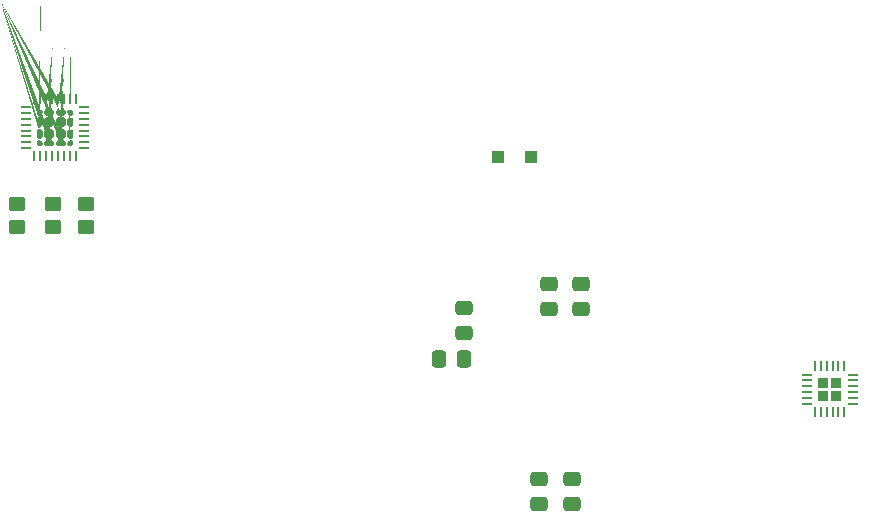
<source format=gbr>
%TF.GenerationSoftware,KiCad,Pcbnew,(6.0.5-0)*%
%TF.CreationDate,2022-06-20T23:42:21+01:00*%
%TF.ProjectId,BassStation_Sequencer_MidiInterface,42617373-5374-4617-9469-6f6e5f536571,B*%
%TF.SameCoordinates,Original*%
%TF.FileFunction,Paste,Bot*%
%TF.FilePolarity,Positive*%
%FSLAX46Y46*%
G04 Gerber Fmt 4.6, Leading zero omitted, Abs format (unit mm)*
G04 Created by KiCad (PCBNEW (6.0.5-0)) date 2022-06-20 23:42:21*
%MOMM*%
%LPD*%
G01*
G04 APERTURE LIST*
G04 Aperture macros list*
%AMRoundRect*
0 Rectangle with rounded corners*
0 $1 Rounding radius*
0 $2 $3 $4 $5 $6 $7 $8 $9 X,Y pos of 4 corners*
0 Add a 4 corners polygon primitive as box body*
4,1,4,$2,$3,$4,$5,$6,$7,$8,$9,$2,$3,0*
0 Add four circle primitives for the rounded corners*
1,1,$1+$1,$2,$3*
1,1,$1+$1,$4,$5*
1,1,$1+$1,$6,$7*
1,1,$1+$1,$8,$9*
0 Add four rect primitives between the rounded corners*
20,1,$1+$1,$2,$3,$4,$5,0*
20,1,$1+$1,$4,$5,$6,$7,0*
20,1,$1+$1,$6,$7,$8,$9,0*
20,1,$1+$1,$8,$9,$2,$3,0*%
%AMFreePoly0*
4,1,48,0.127555,0.216286,0.145112,0.216286,0.159316,0.205966,0.176016,0.200540,0.186336,0.186336,0.200540,0.176016,0.205966,0.159316,0.216286,0.145112,0.216286,0.127555,0.221712,0.110856,0.221712,-0.110856,0.216286,-0.127555,0.216286,-0.145112,0.205966,-0.159316,0.200540,-0.176016,0.186336,-0.186336,0.176016,-0.200540,0.159316,-0.205966,0.145112,-0.216286,0.127555,-0.216286,
0.110856,-0.221712,-0.110856,-0.221712,-0.127555,-0.216286,-0.145112,-0.216286,-0.159316,-0.205966,-0.176016,-0.200540,-0.186336,-0.186336,-0.200540,-0.176016,-0.205966,-0.159316,-0.216286,-0.145112,-0.216286,-0.127555,-0.221712,-0.110856,-0.221712,-0.000473,-0.218948,0.008034,-0.220347,0.016868,-0.208562,0.039997,-0.200540,0.064687,-0.193304,0.069944,-0.189243,0.077914,-0.077914,0.189243,
-0.069944,0.193304,-0.064687,0.200540,-0.039997,0.208562,-0.016868,0.220347,-0.008034,0.218948,0.000473,0.221712,0.110856,0.221712,0.127555,0.216286,0.127555,0.216286,$1*%
%AMFreePoly1*
4,1,48,0.127555,0.216286,0.145112,0.216286,0.159316,0.205966,0.176016,0.200540,0.186336,0.186336,0.200540,0.176016,0.205966,0.159316,0.216286,0.145112,0.216286,0.127555,0.221712,0.110856,0.221712,0.000473,0.218948,-0.008034,0.220347,-0.016868,0.208562,-0.039997,0.200540,-0.064687,0.193304,-0.069944,0.189243,-0.077914,0.077914,-0.189243,0.069944,-0.193304,0.064687,-0.200540,
0.039997,-0.208562,0.016868,-0.220347,0.008034,-0.218948,-0.000473,-0.221712,-0.110856,-0.221712,-0.127555,-0.216286,-0.145112,-0.216286,-0.159316,-0.205966,-0.176016,-0.200540,-0.186336,-0.186336,-0.200540,-0.176016,-0.205966,-0.159316,-0.216286,-0.145112,-0.216286,-0.127555,-0.221712,-0.110856,-0.221712,0.110856,-0.216286,0.127555,-0.216286,0.145112,-0.205966,0.159316,-0.200540,0.176016,
-0.186336,0.186336,-0.176016,0.200540,-0.159316,0.205966,-0.145112,0.216286,-0.127555,0.216286,-0.110856,0.221712,0.110856,0.221712,0.127555,0.216286,0.127555,0.216286,$1*%
%AMFreePoly2*
4,1,51,0.323433,0.217121,0.338292,0.217121,0.350313,0.208387,0.364443,0.203796,0.373177,0.191776,0.385197,0.183042,0.389788,0.168912,0.398522,0.156891,0.398522,0.142032,0.403113,0.127902,0.403113,-0.050187,0.400774,-0.057386,0.401958,-0.064862,0.391985,-0.084434,0.385197,-0.105327,0.379073,-0.109776,0.375637,-0.116520,0.297922,-0.194236,0.291177,-0.197673,0.286728,-0.203796,
0.265836,-0.210584,0.246263,-0.220557,0.238787,-0.219373,0.231588,-0.221712,-0.231588,-0.221712,-0.238787,-0.219373,-0.246263,-0.220557,-0.265835,-0.210584,-0.286728,-0.203796,-0.291177,-0.197672,-0.297921,-0.194236,-0.375637,-0.116521,-0.379074,-0.109776,-0.385197,-0.105327,-0.391985,-0.084435,-0.401958,-0.064862,-0.400774,-0.057386,-0.403113,-0.050187,-0.403113,0.127902,-0.398522,0.142032,
-0.398522,0.156891,-0.389788,0.168912,-0.385197,0.183042,-0.373177,0.191776,-0.364443,0.203796,-0.350313,0.208387,-0.338292,0.217121,-0.323433,0.217121,-0.309303,0.221712,0.309303,0.221712,0.323433,0.217121,0.323433,0.217121,$1*%
%AMFreePoly3*
4,1,51,0.238787,0.219373,0.246263,0.220557,0.265836,0.210584,0.286728,0.203796,0.291177,0.197673,0.297922,0.194236,0.375637,0.116520,0.379073,0.109776,0.385197,0.105327,0.391985,0.084434,0.401958,0.064862,0.400774,0.057386,0.403113,0.050187,0.403113,-0.127902,0.398522,-0.142032,0.398522,-0.156891,0.389788,-0.168912,0.385197,-0.183042,0.373177,-0.191776,0.364443,-0.203796,
0.350313,-0.208387,0.338292,-0.217121,0.323433,-0.217121,0.309303,-0.221712,-0.309303,-0.221712,-0.323433,-0.217121,-0.338292,-0.217121,-0.350313,-0.208387,-0.364443,-0.203796,-0.373177,-0.191776,-0.385197,-0.183042,-0.389788,-0.168912,-0.398522,-0.156891,-0.398522,-0.142032,-0.403113,-0.127902,-0.403113,0.050187,-0.400774,0.057386,-0.401958,0.064862,-0.391985,0.084435,-0.385197,0.105327,
-0.379074,0.109776,-0.375637,0.116521,-0.297921,0.194236,-0.291177,0.197672,-0.286728,0.203796,-0.265835,0.210584,-0.246263,0.220557,-0.238787,0.219373,-0.231588,0.221712,0.231588,0.221712,0.238787,0.219373,0.238787,0.219373,$1*%
%AMFreePoly4*
4,1,51,0.057386,0.400774,0.064862,0.401958,0.084435,0.391985,0.105327,0.385197,0.109776,0.379074,0.116521,0.375637,0.194236,0.297921,0.197672,0.291177,0.203796,0.286728,0.210584,0.265835,0.220557,0.246263,0.219373,0.238787,0.221712,0.231588,0.221712,-0.231588,0.219373,-0.238787,0.220557,-0.246263,0.210584,-0.265835,0.203796,-0.286728,0.197672,-0.291177,0.194236,-0.297921,
0.116521,-0.375637,0.109776,-0.379074,0.105327,-0.385197,0.084435,-0.391985,0.064862,-0.401958,0.057386,-0.400774,0.050187,-0.403113,-0.127902,-0.403113,-0.142032,-0.398522,-0.156891,-0.398522,-0.168912,-0.389788,-0.183042,-0.385197,-0.191776,-0.373177,-0.203796,-0.364443,-0.208387,-0.350313,-0.217121,-0.338292,-0.217121,-0.323433,-0.221712,-0.309303,-0.221712,0.309303,-0.217121,0.323433,
-0.217121,0.338292,-0.208387,0.350313,-0.203796,0.364443,-0.191776,0.373177,-0.183042,0.385197,-0.168912,0.389788,-0.156891,0.398522,-0.142032,0.398522,-0.127902,0.403113,0.050187,0.403113,0.057386,0.400774,0.057386,0.400774,$1*%
%AMFreePoly5*
4,1,51,0.142032,0.398522,0.156891,0.398522,0.168912,0.389788,0.183042,0.385197,0.191776,0.373177,0.203796,0.364443,0.208387,0.350313,0.217121,0.338292,0.217121,0.323433,0.221712,0.309303,0.221712,-0.309303,0.217121,-0.323433,0.217121,-0.338292,0.208387,-0.350313,0.203796,-0.364443,0.191776,-0.373177,0.183042,-0.385197,0.168912,-0.389788,0.156891,-0.398522,0.142032,-0.398522,
0.127902,-0.403113,-0.050187,-0.403113,-0.057386,-0.400774,-0.064862,-0.401958,-0.084434,-0.391985,-0.105327,-0.385197,-0.109776,-0.379073,-0.116520,-0.375637,-0.194236,-0.297922,-0.197673,-0.291177,-0.203796,-0.286728,-0.210584,-0.265836,-0.220557,-0.246263,-0.219373,-0.238787,-0.221712,-0.231588,-0.221712,0.231588,-0.219373,0.238787,-0.220557,0.246263,-0.210584,0.265836,-0.203796,0.286728,
-0.197673,0.291177,-0.194236,0.297922,-0.116520,0.375637,-0.109776,0.379073,-0.105327,0.385197,-0.084434,0.391985,-0.064862,0.401958,-0.057386,0.400774,-0.050187,0.403113,0.127902,0.403113,0.142032,0.398522,0.142032,0.398522,$1*%
%AMFreePoly6*
4,1,48,0.127555,0.216286,0.145112,0.216286,0.159316,0.205966,0.176016,0.200540,0.186336,0.186336,0.200540,0.176016,0.205966,0.159316,0.216286,0.145112,0.216286,0.127555,0.221712,0.110856,0.221712,-0.110856,0.216286,-0.127555,0.216286,-0.145112,0.205966,-0.159316,0.200540,-0.176016,0.186336,-0.186336,0.176016,-0.200540,0.159316,-0.205966,0.145112,-0.216286,0.127555,-0.216286,
0.110856,-0.221712,0.000473,-0.221712,-0.008034,-0.218948,-0.016868,-0.220347,-0.039997,-0.208562,-0.064687,-0.200540,-0.069944,-0.193304,-0.077914,-0.189243,-0.189243,-0.077914,-0.193304,-0.069944,-0.200540,-0.064687,-0.208562,-0.039997,-0.220347,-0.016868,-0.218948,-0.008034,-0.221712,0.000473,-0.221712,0.110856,-0.216286,0.127555,-0.216286,0.145112,-0.205966,0.159316,-0.200540,0.176016,
-0.186336,0.186336,-0.176016,0.200540,-0.159316,0.205966,-0.145112,0.216286,-0.127555,0.216286,-0.110856,0.221712,0.110856,0.221712,0.127555,0.216286,0.127555,0.216286,$1*%
%AMFreePoly7*
4,1,48,0.008034,0.218948,0.016868,0.220347,0.039997,0.208562,0.064687,0.200540,0.069944,0.193304,0.077914,0.189243,0.189243,0.077914,0.193304,0.069944,0.200540,0.064687,0.208562,0.039997,0.220347,0.016868,0.218948,0.008034,0.221712,-0.000473,0.221712,-0.110856,0.216286,-0.127555,0.216286,-0.145112,0.205966,-0.159316,0.200540,-0.176016,0.186336,-0.186336,0.176016,-0.200540,
0.159316,-0.205966,0.145112,-0.216286,0.127555,-0.216286,0.110856,-0.221712,-0.110856,-0.221712,-0.127555,-0.216286,-0.145112,-0.216286,-0.159316,-0.205966,-0.176016,-0.200540,-0.186336,-0.186336,-0.200540,-0.176016,-0.205966,-0.159316,-0.216286,-0.145112,-0.216286,-0.127555,-0.221712,-0.110856,-0.221712,0.110856,-0.216286,0.127555,-0.216286,0.145112,-0.205966,0.159316,-0.200540,0.176016,
-0.186336,0.186336,-0.176016,0.200540,-0.159316,0.205966,-0.145112,0.216286,-0.127555,0.216286,-0.110856,0.221712,-0.000473,0.221712,0.008034,0.218948,0.008034,0.218948,$1*%
G04 Aperture macros list end*
%ADD10R,0.960000X1.030000*%
%ADD11R,1.550000X0.300000*%
%ADD12RoundRect,0.250000X-0.337500X-0.475000X0.337500X-0.475000X0.337500X0.475000X-0.337500X0.475000X0*%
%ADD13RoundRect,0.250000X0.475000X-0.337500X0.475000X0.337500X-0.475000X0.337500X-0.475000X-0.337500X0*%
%ADD14RoundRect,0.250000X-0.475000X0.337500X-0.475000X-0.337500X0.475000X-0.337500X0.475000X0.337500X0*%
%ADD15R,1.100000X1.100000*%
%ADD16RoundRect,0.250000X0.337500X0.475000X-0.337500X0.475000X-0.337500X-0.475000X0.337500X-0.475000X0*%
%ADD17RoundRect,0.249999X0.450001X-0.350001X0.450001X0.350001X-0.450001X0.350001X-0.450001X-0.350001X0*%
%ADD18FreePoly0,0.000000*%
%ADD19RoundRect,0.201556X-0.201557X-0.201557X0.201557X-0.201557X0.201557X0.201557X-0.201557X0.201557X0*%
%ADD20FreePoly1,0.000000*%
%ADD21FreePoly2,0.000000*%
%ADD22FreePoly3,0.000000*%
%ADD23FreePoly4,0.000000*%
%ADD24FreePoly5,0.000000*%
%ADD25FreePoly6,0.000000*%
%ADD26FreePoly7,0.000000*%
%ADD27RoundRect,0.062500X-0.375000X-0.062500X0.375000X-0.062500X0.375000X0.062500X-0.375000X0.062500X0*%
%ADD28RoundRect,0.062500X-0.062500X-0.375000X0.062500X-0.375000X0.062500X0.375000X-0.062500X0.375000X0*%
%ADD29RoundRect,0.232500X0.232500X-0.232500X0.232500X0.232500X-0.232500X0.232500X-0.232500X-0.232500X0*%
%ADD30RoundRect,0.062500X0.062500X-0.375000X0.062500X0.375000X-0.062500X0.375000X-0.062500X-0.375000X0*%
%ADD31RoundRect,0.062500X0.375000X-0.062500X0.375000X0.062500X-0.375000X0.062500X-0.375000X-0.062500X0*%
G04 APERTURE END LIST*
D10*
%TO.C,U36*%
X206943400Y-199707500D03*
X204536600Y-199707500D03*
X204536600Y-200977500D03*
X205740000Y-202247500D03*
X206943400Y-197167500D03*
X204536600Y-197167500D03*
X205740000Y-200977500D03*
X205740000Y-199707500D03*
X206943400Y-198437500D03*
X204536600Y-198437500D03*
X205740000Y-197167500D03*
X206943400Y-202247500D03*
X204536600Y-202247500D03*
X206943400Y-200977500D03*
X205740000Y-198437500D03*
D11*
X209490000Y-192957500D03*
X209490000Y-193457500D03*
X209490000Y-193957500D03*
X209490000Y-194457500D03*
X209490000Y-194957500D03*
X209490000Y-195457500D03*
X209490000Y-195957500D03*
X209490000Y-196457500D03*
X209490000Y-196957500D03*
X209490000Y-197457500D03*
X209490000Y-197957500D03*
X209490000Y-198457500D03*
X209490000Y-198957500D03*
X209490000Y-199457500D03*
X209490000Y-199957500D03*
X209490000Y-200457500D03*
X209490000Y-200957500D03*
X209490000Y-201457500D03*
X209490000Y-201957500D03*
X209490000Y-202457500D03*
X209490000Y-202957500D03*
X209490000Y-203457500D03*
X209490000Y-203957500D03*
X209490000Y-204457500D03*
X209490000Y-204957500D03*
X209490000Y-205457500D03*
X209490000Y-205957500D03*
X209490000Y-206457500D03*
X201990000Y-206457500D03*
X201990000Y-205957500D03*
X201990000Y-205457500D03*
X201990000Y-204957500D03*
X201990000Y-204457500D03*
X201990000Y-203957500D03*
X201990000Y-203457500D03*
X201990000Y-202957500D03*
X201990000Y-202457500D03*
X201990000Y-201957500D03*
X201990000Y-201457500D03*
X201990000Y-200957500D03*
X201990000Y-200457500D03*
X201990000Y-199957500D03*
X201990000Y-199457500D03*
X201990000Y-198957500D03*
X201990000Y-198457500D03*
X201990000Y-197957500D03*
X201990000Y-197457500D03*
X201990000Y-196957500D03*
X201990000Y-196457500D03*
X201990000Y-195957500D03*
X201990000Y-195457500D03*
X201990000Y-194957500D03*
X201990000Y-194457500D03*
X201990000Y-193957500D03*
X201990000Y-193457500D03*
X201990000Y-192957500D03*
%TD*%
D10*
%TO.C,U37*%
X204663600Y-168973500D03*
X205867000Y-166433500D03*
X205867000Y-170243500D03*
X207070400Y-167703500D03*
X204663600Y-165163500D03*
X205867000Y-168973500D03*
X205867000Y-167703500D03*
X207070400Y-165163500D03*
X205867000Y-165163500D03*
X204663600Y-166433500D03*
X207070400Y-168973500D03*
X204663600Y-167703500D03*
X207070400Y-166433500D03*
X204663600Y-170243500D03*
X207070400Y-170243500D03*
D11*
X209617000Y-160953500D03*
X209617000Y-161453500D03*
X209617000Y-161953500D03*
X209617000Y-162453500D03*
X209617000Y-162953500D03*
X209617000Y-163453500D03*
X209617000Y-163953500D03*
X209617000Y-164453500D03*
X209617000Y-164953500D03*
X209617000Y-165453500D03*
X209617000Y-165953500D03*
X209617000Y-166453500D03*
X209617000Y-166953500D03*
X209617000Y-167453500D03*
X209617000Y-167953500D03*
X209617000Y-168453500D03*
X209617000Y-168953500D03*
X209617000Y-169453500D03*
X209617000Y-169953500D03*
X209617000Y-170453500D03*
X209617000Y-170953500D03*
X209617000Y-171453500D03*
X209617000Y-171953500D03*
X209617000Y-172453500D03*
X209617000Y-172953500D03*
X209617000Y-173453500D03*
X209617000Y-173953500D03*
X209617000Y-174453500D03*
X202117000Y-174453500D03*
X202117000Y-173953500D03*
X202117000Y-173453500D03*
X202117000Y-172953500D03*
X202117000Y-172453500D03*
X202117000Y-171953500D03*
X202117000Y-171453500D03*
X202117000Y-170953500D03*
X202117000Y-170453500D03*
X202117000Y-169953500D03*
X202117000Y-169453500D03*
X202117000Y-168953500D03*
X202117000Y-168453500D03*
X202117000Y-167953500D03*
X202117000Y-167453500D03*
X202117000Y-166953500D03*
X202117000Y-166453500D03*
X202117000Y-165953500D03*
X202117000Y-165453500D03*
X202117000Y-164953500D03*
X202117000Y-164453500D03*
X202117000Y-163953500D03*
X202117000Y-163453500D03*
X202117000Y-162953500D03*
X202117000Y-162453500D03*
X202117000Y-161953500D03*
X202117000Y-161453500D03*
X202117000Y-160953500D03*
%TD*%
D12*
%TO.C,C9*%
X205083500Y-158496000D03*
X207158500Y-158496000D03*
%TD*%
D13*
%TO.C,C10*%
X205740000Y-190775500D03*
X205740000Y-188700500D03*
%TD*%
%TO.C,C22*%
X164211000Y-132863500D03*
X164211000Y-130788500D03*
%TD*%
D14*
%TO.C,C23*%
X166116000Y-147298500D03*
X166116000Y-149373500D03*
%TD*%
D15*
%TO.C,D2*%
X162690000Y-120015000D03*
X159890000Y-120015000D03*
%TD*%
D14*
%TO.C,R11*%
X156972000Y-132820500D03*
X156972000Y-134895500D03*
%TD*%
D16*
%TO.C,R12*%
X156993500Y-137160000D03*
X154918500Y-137160000D03*
%TD*%
D17*
%TO.C,R23*%
X122174000Y-125968000D03*
X122174000Y-123968000D03*
%TD*%
%TO.C,R24*%
X119126000Y-125968000D03*
X119126000Y-123968000D03*
%TD*%
D13*
%TO.C,C20*%
X166878000Y-132863500D03*
X166878000Y-130788500D03*
%TD*%
D17*
%TO.C,R22*%
X124968000Y-125968000D03*
X124968000Y-123968000D03*
%TD*%
D18*
%TO.C,U34*%
X123639500Y-118813500D03*
D19*
X122864500Y-118038500D03*
D20*
X121089500Y-116263500D03*
D19*
X121864500Y-117038500D03*
D21*
X122864500Y-116263500D03*
D22*
X122864500Y-118813500D03*
X121864500Y-118813500D03*
D19*
X121864500Y-118038500D03*
X122864500Y-117038500D03*
D23*
X121089500Y-118038500D03*
D24*
X123639500Y-117038500D03*
D25*
X123639500Y-116263500D03*
D21*
X121864500Y-116263500D03*
D23*
X121089500Y-117038500D03*
D24*
X123639500Y-118038500D03*
D26*
X121089500Y-118813500D03*
D27*
X119927000Y-119288500D03*
X119927000Y-118788500D03*
X119927000Y-118288500D03*
X119927000Y-117788500D03*
X119927000Y-117288500D03*
X119927000Y-116788500D03*
X119927000Y-116288500D03*
X119927000Y-115788500D03*
D28*
X120614500Y-115101000D03*
X121114500Y-115101000D03*
X121614500Y-115101000D03*
X122114500Y-115101000D03*
X122614500Y-115101000D03*
X123114500Y-115101000D03*
X123614500Y-115101000D03*
X124114500Y-115101000D03*
D27*
X124802000Y-115788500D03*
X124802000Y-116288500D03*
X124802000Y-116788500D03*
X124802000Y-117288500D03*
X124802000Y-117788500D03*
X124802000Y-118288500D03*
X124802000Y-118788500D03*
X124802000Y-119288500D03*
D28*
X124114500Y-119976000D03*
X123614500Y-119976000D03*
X123114500Y-119976000D03*
X122614500Y-119976000D03*
X122114500Y-119976000D03*
X121614500Y-119976000D03*
X121114500Y-119976000D03*
X120614500Y-119976000D03*
%TD*%
D14*
%TO.C,C21*%
X163322000Y-147298500D03*
X163322000Y-149373500D03*
%TD*%
D29*
%TO.C,U35*%
X188535000Y-139125000D03*
X188535000Y-140275000D03*
X187385000Y-139125000D03*
X187385000Y-140275000D03*
D30*
X189210000Y-141637500D03*
X188710000Y-141637500D03*
X188210000Y-141637500D03*
X187710000Y-141637500D03*
X187210000Y-141637500D03*
X186710000Y-141637500D03*
D31*
X186022500Y-140950000D03*
X186022500Y-140450000D03*
X186022500Y-139950000D03*
X186022500Y-139450000D03*
X186022500Y-138950000D03*
X186022500Y-138450000D03*
D30*
X186710000Y-137762500D03*
X187210000Y-137762500D03*
X187710000Y-137762500D03*
X188210000Y-137762500D03*
X188710000Y-137762500D03*
X189210000Y-137762500D03*
D31*
X189897500Y-138450000D03*
X189897500Y-138950000D03*
X189897500Y-139450000D03*
X189897500Y-139950000D03*
X189897500Y-140450000D03*
X189897500Y-140950000D03*
%TD*%
M02*

</source>
